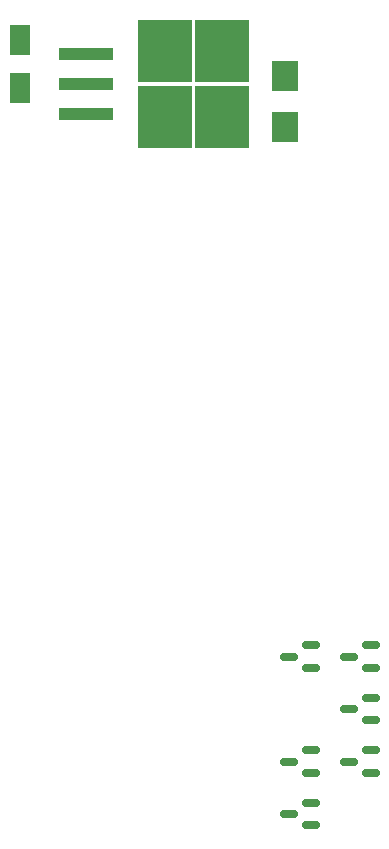
<source format=gtp>
G04 #@! TF.GenerationSoftware,KiCad,Pcbnew,(6.0.1)*
G04 #@! TF.CreationDate,2022-03-02T00:16:25-05:00*
G04 #@! TF.ProjectId,klxecu,6b6c7865-6375-42e6-9b69-6361645f7063,rev?*
G04 #@! TF.SameCoordinates,Original*
G04 #@! TF.FileFunction,Paste,Top*
G04 #@! TF.FilePolarity,Positive*
%FSLAX46Y46*%
G04 Gerber Fmt 4.6, Leading zero omitted, Abs format (unit mm)*
G04 Created by KiCad (PCBNEW (6.0.1)) date 2022-03-02 00:16:25*
%MOMM*%
%LPD*%
G01*
G04 APERTURE LIST*
G04 Aperture macros list*
%AMRoundRect*
0 Rectangle with rounded corners*
0 $1 Rounding radius*
0 $2 $3 $4 $5 $6 $7 $8 $9 X,Y pos of 4 corners*
0 Add a 4 corners polygon primitive as box body*
4,1,4,$2,$3,$4,$5,$6,$7,$8,$9,$2,$3,0*
0 Add four circle primitives for the rounded corners*
1,1,$1+$1,$2,$3*
1,1,$1+$1,$4,$5*
1,1,$1+$1,$6,$7*
1,1,$1+$1,$8,$9*
0 Add four rect primitives between the rounded corners*
20,1,$1+$1,$2,$3,$4,$5,0*
20,1,$1+$1,$4,$5,$6,$7,0*
20,1,$1+$1,$6,$7,$8,$9,0*
20,1,$1+$1,$8,$9,$2,$3,0*%
G04 Aperture macros list end*
%ADD10R,4.550000X5.250000*%
%ADD11R,4.600000X1.100000*%
%ADD12RoundRect,0.150000X0.587500X0.150000X-0.587500X0.150000X-0.587500X-0.150000X0.587500X-0.150000X0*%
%ADD13R,2.300000X2.500000*%
%ADD14R,1.800000X2.500000*%
G04 APERTURE END LIST*
D10*
X74930000Y-46990000D03*
X79780000Y-46990000D03*
X79780000Y-41440000D03*
X74930000Y-41440000D03*
D11*
X68205000Y-41675000D03*
X68205000Y-44215000D03*
X68205000Y-46755000D03*
D12*
X87297500Y-106995000D03*
X87297500Y-105095000D03*
X85422500Y-106045000D03*
X92377500Y-93660000D03*
X92377500Y-91760000D03*
X90502500Y-92710000D03*
X92377500Y-98105000D03*
X92377500Y-96205000D03*
X90502500Y-97155000D03*
X92377500Y-102550000D03*
X92377500Y-100650000D03*
X90502500Y-101600000D03*
X87297500Y-102550000D03*
X87297500Y-100650000D03*
X85422500Y-101600000D03*
X87297500Y-93660000D03*
X87297500Y-91760000D03*
X85422500Y-92710000D03*
D13*
X85090000Y-47870000D03*
X85090000Y-43570000D03*
D14*
X62635000Y-40545000D03*
X62635000Y-44545000D03*
M02*

</source>
